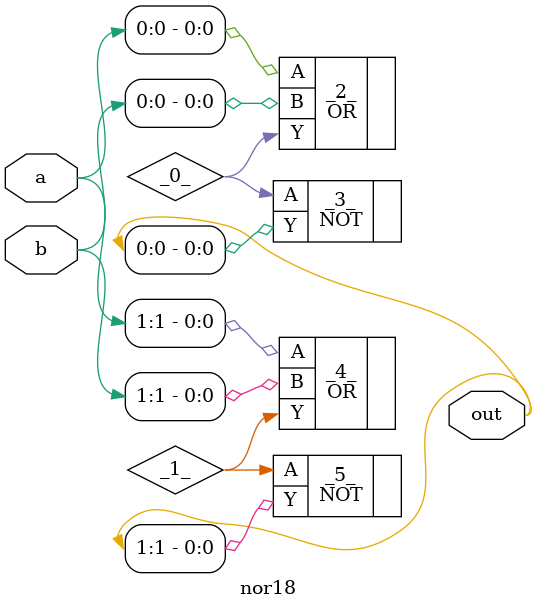
<source format=v>
/* Generated by Yosys 0.41+83 (git sha1 7045cf509, x86_64-w64-mingw32-g++ 13.2.1 -Os) */

/* cells_not_processed =  1  */
/* src = "nor18.v:2.1-10.10" */
module nor18(a, b, out);
  wire _0_;
  wire _1_;
  /* src = "nor18.v:3.22-3.23" */
  input [1:0] a;
  wire [1:0] a;
  /* src = "nor18.v:4.22-4.23" */
  input [1:0] b;
  wire [1:0] b;
  /* src = "nor18.v:5.23-5.26" */
  output [1:0] out;
  wire [1:0] out;
  OR _2_ (
    .A(a[0]),
    .B(b[0]),
    .Y(_0_)
  );
  NOT _3_ (
    .A(_0_),
    .Y(out[0])
  );
  OR _4_ (
    .A(a[1]),
    .B(b[1]),
    .Y(_1_)
  );
  NOT _5_ (
    .A(_1_),
    .Y(out[1])
  );
endmodule

</source>
